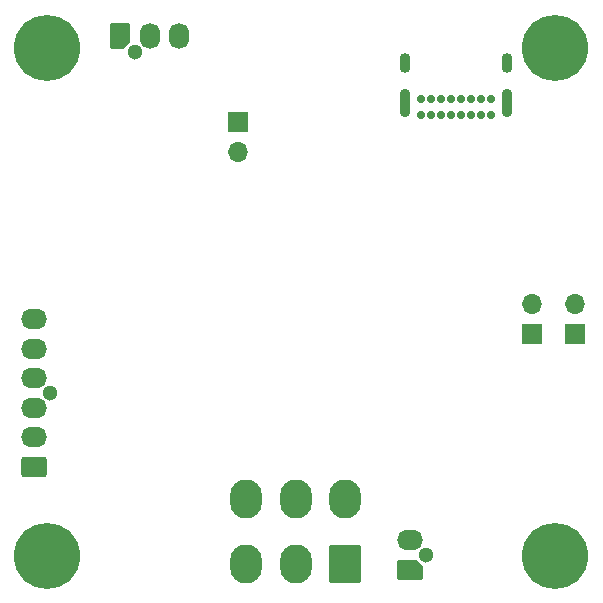
<source format=gbs>
G04 #@! TF.GenerationSoftware,KiCad,Pcbnew,(6.0.2)*
G04 #@! TF.CreationDate,2022-07-14T22:41:21+01:00*
G04 #@! TF.ProjectId,Actuators Board,41637475-6174-46f7-9273-20426f617264,rev?*
G04 #@! TF.SameCoordinates,Original*
G04 #@! TF.FileFunction,Soldermask,Bot*
G04 #@! TF.FilePolarity,Negative*
%FSLAX46Y46*%
G04 Gerber Fmt 4.6, Leading zero omitted, Abs format (unit mm)*
G04 Created by KiCad (PCBNEW (6.0.2)) date 2022-07-14 22:41:21*
%MOMM*%
%LPD*%
G01*
G04 APERTURE LIST*
G04 Aperture macros list*
%AMRoundRect*
0 Rectangle with rounded corners*
0 $1 Rounding radius*
0 $2 $3 $4 $5 $6 $7 $8 $9 X,Y pos of 4 corners*
0 Add a 4 corners polygon primitive as box body*
4,1,4,$2,$3,$4,$5,$6,$7,$8,$9,$2,$3,0*
0 Add four circle primitives for the rounded corners*
1,1,$1+$1,$2,$3*
1,1,$1+$1,$4,$5*
1,1,$1+$1,$6,$7*
1,1,$1+$1,$8,$9*
0 Add four rect primitives between the rounded corners*
20,1,$1+$1,$2,$3,$4,$5,0*
20,1,$1+$1,$4,$5,$6,$7,0*
20,1,$1+$1,$6,$7,$8,$9,0*
20,1,$1+$1,$8,$9,$2,$3,0*%
%AMFreePoly0*
4,1,23,0.945671,0.830970,1.026777,0.776777,1.080970,0.695671,1.100000,0.600000,1.100000,-0.600000,1.080970,-0.695671,1.026777,-0.776777,0.945671,-0.830970,0.850000,-0.850000,-0.450000,-0.850000,-0.545671,-0.830970,-0.626777,-0.776777,-0.626779,-0.776774,-1.026777,-0.376777,-1.080970,-0.295671,-1.100000,-0.200000,-1.100000,0.600000,-1.080970,0.695671,-1.026777,0.776777,-0.945671,0.830970,
-0.850000,0.850000,0.850000,0.850000,0.945671,0.830970,0.945671,0.830970,$1*%
G04 Aperture macros list end*
%ADD10R,1.700000X1.700000*%
%ADD11O,1.700000X1.700000*%
%ADD12C,5.600000*%
%ADD13C,1.300000*%
%ADD14RoundRect,0.250000X0.850000X0.600000X-0.850000X0.600000X-0.850000X-0.600000X0.850000X-0.600000X0*%
%ADD15O,2.200000X1.700000*%
%ADD16RoundRect,0.250001X1.099999X1.399999X-1.099999X1.399999X-1.099999X-1.399999X1.099999X-1.399999X0*%
%ADD17O,2.700000X3.300000*%
%ADD18C,0.700000*%
%ADD19O,0.900000X1.700000*%
%ADD20O,0.900000X2.400000*%
%ADD21FreePoly0,90.000000*%
%ADD22O,1.700000X2.200000*%
%ADD23FreePoly0,180.000000*%
G04 APERTURE END LIST*
D10*
X74670000Y-39830000D03*
D11*
X74670000Y-42370000D03*
D12*
X58500000Y-76500000D03*
D13*
X58710000Y-62750000D03*
D14*
X57370000Y-69000000D03*
D15*
X57370000Y-66500000D03*
X57370000Y-64000000D03*
X57370000Y-61500000D03*
X57370000Y-59000000D03*
X57370000Y-56500000D03*
D16*
X83725000Y-77190000D03*
D17*
X79525000Y-77190000D03*
X75325000Y-77190000D03*
X83725000Y-71690000D03*
X79525000Y-71690000D03*
X75325000Y-71690000D03*
D18*
X96085000Y-39165000D03*
X95235000Y-39165000D03*
X94385000Y-39165000D03*
X93535000Y-39165000D03*
X92685000Y-39165000D03*
X91835000Y-39165000D03*
X90985000Y-39165000D03*
X90135000Y-39165000D03*
X90135000Y-37815000D03*
X90985000Y-37815000D03*
X91835000Y-37815000D03*
X92685000Y-37815000D03*
X93535000Y-37815000D03*
X94385000Y-37815000D03*
X95235000Y-37815000D03*
X96085000Y-37815000D03*
D19*
X97435000Y-34805000D03*
D20*
X97435000Y-38185000D03*
X88785000Y-38185000D03*
D19*
X88785000Y-34805000D03*
D12*
X101500000Y-33500000D03*
D10*
X103150000Y-57700000D03*
D11*
X103150000Y-55160000D03*
D10*
X99530855Y-57700000D03*
D11*
X99530855Y-55160000D03*
D13*
X65925000Y-33865000D03*
D21*
X64675000Y-32525000D03*
D22*
X67175000Y-32525000D03*
X69675000Y-32525000D03*
D12*
X101500000Y-76500000D03*
X58500000Y-33500000D03*
D13*
X90540000Y-76450000D03*
D23*
X89200000Y-77700000D03*
D15*
X89200000Y-75200000D03*
M02*

</source>
